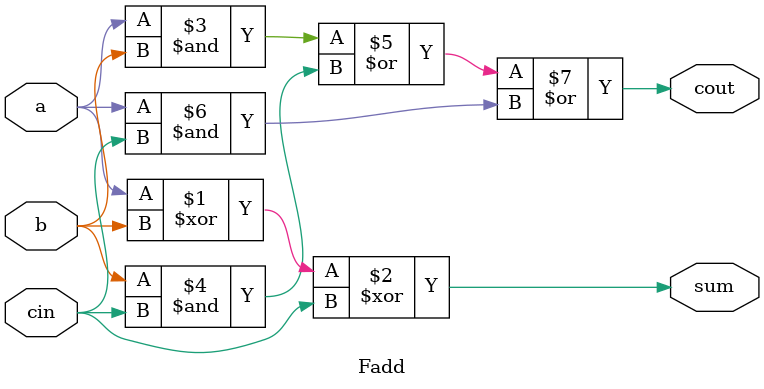
<source format=v>
module top_module( 
    input [99:0] a, b,
    input cin,
    output [99:0] cout,
    output [99:0] sum );
    wire [99:0] cout1;
    Fadd f1(a[0],b[0],cin,cout1[0],sum[0]);
    genvar i;
       generate for(i=1;i<100;i=i+1)
        begin: block
            Fadd f2(a[i],b[i],cout1[i-1],cout1[i],sum[i]);
        end
       endgenerate
    assign cout = cout1;
endmodule
module Fadd(a,b,cin,cout,sum);
    input a,b,cin;
    output cout,sum;
    assign sum = a^b^cin;
    assign cout = (a&b)|(b&cin)|(a&cin);
endmodule

</source>
